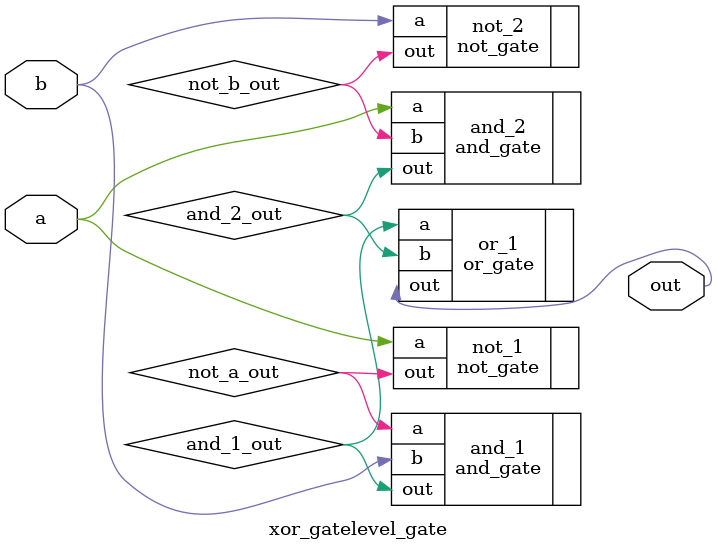
<source format=v>
module xor_gatelevel_gate (
input a, b,
output out
);

wire not_a_out, not_b_out;
wire and_1_out, and_2_out;

not_gate not_1(.a(a), .out(not_a_out));
not_gate not_2(.a(b), .out(not_b_out));
and_gate and_1(.a(not_a_out), .b(b), .out(and_1_out));
and_gate and_2(.a(a), .b(not_b_out), .out(and_2_out));
or_gate or_1(.a(and_1_out), .b(and_2_out), .out(out));

endmodule
</source>
